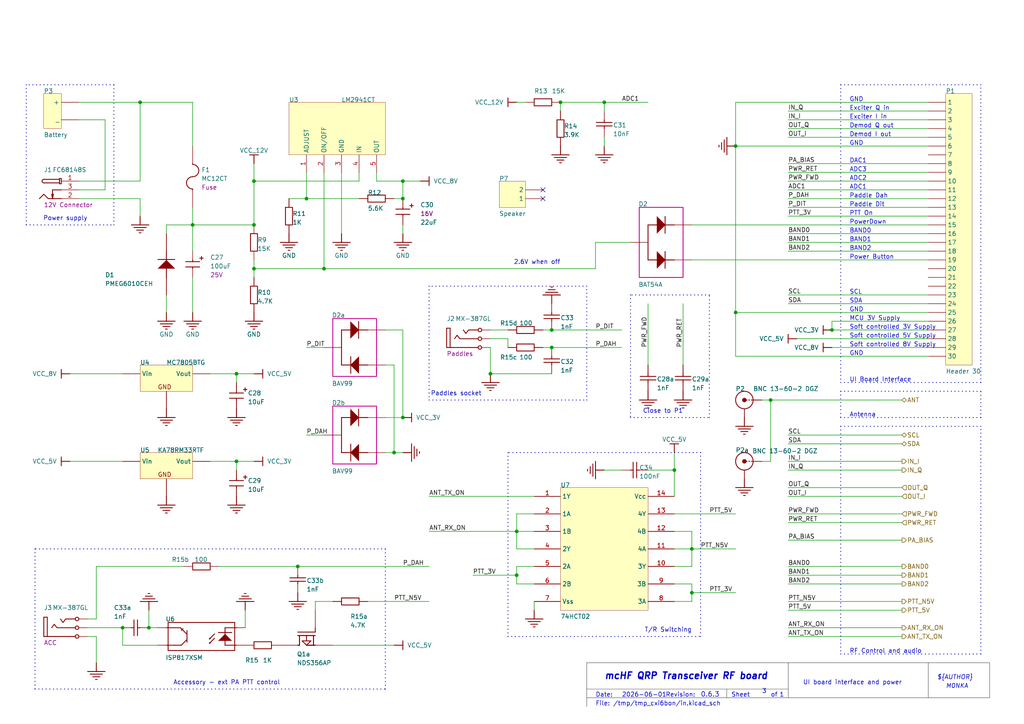
<source format=kicad_sch>
(kicad_sch (version 20231120) (generator "eeschema") (generator_version "8.0")
  (paper "A4")
  (title_block (title "mcHF QRP Transceiver RF board") (rev "0.6.3") (company "M0NKA"))
  (junction (at 88.9 57.6072))
  (junction (at 200.66 159.2072))
  (junction (at 55.88 65.2272))
  (junction (at 114.3 131.2672))
  (junction (at 200.66 171.9072))
  (junction (at 73.66 77.9272))
  (junction (at 149.86 154.1272))
  (junction (at 241.3 95.7072))
  (junction (at 35.56 182.0672))
  (junction (at 116.84 57.6072))
  (junction (at 68.58 108.4072))
  (junction (at 160.02 100.7872))
  (junction (at 149.86 166.8272))
  (junction (at 213.36 90.6272))
  (junction (at 116.84 52.5272))
  (junction (at 86.36 164.2872))
  (junction (at 223.52 116.0272))
  (junction (at 160.02 95.7072))
  (junction (at 73.66 65.2272))
  (junction (at 40.64 29.6672))
  (junction (at 73.66 52.5272))
  (junction (at 213.36 42.3672))
  (junction (at 93.98 77.9272))
  (junction (at 68.58 133.8072))
  (junction (at 195.58 136.3472))
  (junction (at 175.26 29.6672))
  (junction (at 162.56 29.6672))
  (junction (at 116.84 121.1072))
  (junction (at 142.24 108.4072))
  (junction (at 43.18 182.0672))
  (no_connect (at 157.48 55.0672))
  (no_connect (at 157.48 57.6072))
  (wire (pts (xy 269.24 32.2072) (xy 228.6 32.2072)))
  (wire (pts (xy 261.62 184.6072) (xy 228.6 184.6072)))
  (wire (pts (xy 269.24 85.5472) (xy 228.6 85.5472)))
  (polyline (pts (xy 203.2 184.6072) (xy 203.2 131.2672)) (stroke (width 0.254) (type dot) (color 0 0 180 1)))
  (polyline (pts (xy 269.24 192.2272) (xy 269.24 202.3872)) (stroke (width 0.0254) (type solid) (color 0 0 0 1)))
  (wire (pts (xy 71.12 182.0672) (xy 71.12 176.9872)))
  (polyline (pts (xy 124.46 116.0272) (xy 170.18 116.0272)) (stroke (width 0.254) (type dot) (color 0 0 180 1)))
  (wire (pts (xy 269.24 60.1472) (xy 228.6 60.1472)))
  (wire (pts (xy 261.62 169.3672) (xy 228.6 169.3672)))
  (wire (pts (xy 96.52 187.1472) (xy 114.3 187.1472)))
  (wire (pts (xy 172.72 70.3072) (xy 182.88 70.3072)))
  (wire (pts (xy 25.4 182.0672) (xy 35.56 182.0672)))
  (wire (pts (xy 109.22 52.5272) (xy 116.84 52.5272)))
  (polyline (pts (xy 182.88 85.5472) (xy 182.88 121.1072)) (stroke (width 0.254) (type dot) (color 0 0 180 1)))
  (polyline (pts (xy 203.2 131.2672) (xy 147.32 131.2672)) (stroke (width 0.254) (type dot) (color 0 0 180 1)))
  (wire (pts (xy 149.86 166.8272) (xy 137.16 166.8272)))
  (polyline (pts (xy 111.76 159.2072) (xy 10.16 159.2072)) (stroke (width 0.254) (type dot) (color 0 0 180 1)))
  (wire (pts (xy 48.26 65.2272) (xy 48.26 67.7672)))
  (polyline (pts (xy 284.48 113.4872) (xy 243.84 113.4872)) (stroke (width 0.254) (type dot) (color 0 0 180 1)))
  (wire (pts (xy 175.26 136.3472) (xy 180.34 136.3472)))
  (wire (pts (xy 261.62 133.8072) (xy 228.6 133.8072)))
  (wire (pts (xy 73.66 75.3872) (xy 73.66 77.9272)))
  (wire (pts (xy 187.96 105.8672) (xy 187.96 88.0872)))
  (wire (pts (xy 86.36 164.2872) (xy 124.46 164.2872)))
  (wire (pts (xy 25.4 184.6072) (xy 27.94 184.6072)))
  (wire (pts (xy 269.24 72.8472) (xy 228.6 72.8472)))
  (wire (pts (xy 269.24 39.8272) (xy 228.6 39.8272)))
  (polyline (pts (xy 261.62 202.3872) (xy 287.02 202.3872)) (stroke (width 0.0254) (type solid) (color 0 0 0 1)))
  (wire (pts (xy 142.24 95.7072) (xy 147.32 95.7072)))
  (wire (pts (xy 40.64 29.6672) (xy 55.88 29.6672)))
  (wire (pts (xy 160.02 95.7072) (xy 180.34 95.7072)))
  (wire (pts (xy 269.24 29.6672) (xy 213.36 29.6672)))
  (wire (pts (xy 73.66 77.9272) (xy 73.66 80.4672)))
  (polyline (pts (xy 170.18 192.2272) (xy 170.18 204.9272)) (stroke (width 0.0254) (type solid) (color 0 0 0 1)))
  (wire (pts (xy 20.32 133.8072) (xy 35.56 133.8072)))
  (wire (pts (xy 116.84 95.7072) (xy 116.84 121.1072)))
  (wire (pts (xy 175.26 39.8272) (xy 175.26 42.3672)))
  (polyline (pts (xy 243.84 113.4872) (xy 243.84 121.1072)) (stroke (width 0.254) (type dot) (color 0 0 180 1)))
  (wire (pts (xy 213.36 171.9072) (xy 200.66 171.9072)))
  (wire (pts (xy 111.76 95.7072) (xy 116.84 95.7072)))
  (polyline (pts (xy 243.84 24.5872) (xy 243.84 110.9472)) (stroke (width 0.254) (type dot) (color 0 0 180 1)))
  (wire (pts (xy 73.66 47.4472) (xy 73.66 52.5272)))
  (wire (pts (xy 142.24 108.4072) (xy 160.02 108.4072)))
  (wire (pts (xy 195.58 174.4472) (xy 200.66 174.4472)))
  (wire (pts (xy 195.58 143.9672) (xy 195.58 136.3472)))
  (polyline (pts (xy 284.48 123.6472) (xy 243.84 123.6472)) (stroke (width 0.254) (type dot) (color 0 0 180 1)))
  (wire (pts (xy 55.88 65.2272) (xy 73.66 65.2272)))
  (wire (pts (xy 200.66 171.9072) (xy 200.66 169.3672)))
  (wire (pts (xy 35.56 187.1472) (xy 45.72 187.1472)))
  (wire (pts (xy 114.3 131.2672) (xy 116.84 131.2672)))
  (wire (pts (xy 162.56 29.6672) (xy 162.56 32.2072)))
  (wire (pts (xy 269.24 70.3072) (xy 228.6 70.3072)))
  (wire (pts (xy 269.24 75.3872) (xy 200.66 75.3872)))
  (wire (pts (xy 220.98 133.8072) (xy 223.52 133.8072)))
  (wire (pts (xy 172.72 77.9272) (xy 172.72 70.3072)))
  (wire (pts (xy 261.62 143.9672) (xy 228.6 143.9672)))
  (wire (pts (xy 213.36 42.3672) (xy 269.24 42.3672)))
  (wire (pts (xy 93.98 100.7872) (xy 88.9 100.7872)))
  (polyline (pts (xy 170.18 199.8472) (xy 228.6 199.8472)) (stroke (width 0.0254) (type solid) (color 0 0 0 1)))
  (polyline (pts (xy 7.62 65.2272) (xy 33.02 65.2272)) (stroke (width 0.254) (type dot) (color 0 0 180 1)))
  (wire (pts (xy 149.86 154.1272) (xy 149.86 149.0472)))
  (wire (pts (xy 261.62 151.5872) (xy 228.6 151.5872)))
  (wire (pts (xy 154.94 154.1272) (xy 149.86 154.1272)))
  (wire (pts (xy 269.24 100.7872) (xy 241.3 100.7872)))
  (polyline (pts (xy 287.02 202.3872) (xy 287.02 192.2272)) (stroke (width 0.0254) (type solid) (color 0 0 0 1)))
  (wire (pts (xy 195.58 159.2072) (xy 200.66 159.2072)))
  (wire (pts (xy 154.94 176.9872) (xy 154.94 174.4472)))
  (wire (pts (xy 116.84 57.6072) (xy 114.3 57.6072)))
  (polyline (pts (xy 205.74 121.1072) (xy 205.74 85.5472)) (stroke (width 0.254) (type dot) (color 0 0 180 1)))
  (wire (pts (xy 109.22 49.9872) (xy 109.22 52.5272)))
  (wire (pts (xy 261.62 176.9872) (xy 228.6 176.9872)))
  (wire (pts (xy 68.58 133.8072) (xy 73.66 133.8072)))
  (polyline (pts (xy 205.74 85.5472) (xy 182.88 85.5472)) (stroke (width 0.254) (type dot) (color 0 0 180 1)))
  (wire (pts (xy 43.18 182.0672) (xy 43.18 176.9872)))
  (wire (pts (xy 91.44 176.9872) (xy 91.44 174.4472)))
  (wire (pts (xy 68.58 136.3472) (xy 68.58 133.8072)))
  (polyline (pts (xy 261.62 202.3872) (xy 170.18 202.3872)) (stroke (width 0.0254) (type solid) (color 0 0 0 1)))
  (wire (pts (xy 157.48 100.7872) (xy 160.02 100.7872)))
  (wire (pts (xy 88.9 49.9872) (xy 88.9 57.6072)))
  (polyline (pts (xy 284.48 110.9472) (xy 284.48 24.5872)) (stroke (width 0.254) (type dot) (color 0 0 180 1)))
  (polyline (pts (xy 7.62 24.5872) (xy 7.62 65.2272)) (stroke (width 0.254) (type dot) (color 0 0 180 1)))
  (wire (pts (xy 241.3 95.7072) (xy 269.24 95.7072)))
  (wire (pts (xy 269.24 67.7672) (xy 228.6 67.7672)))
  (wire (pts (xy 149.86 166.8272) (xy 149.86 169.3672)))
  (wire (pts (xy 93.98 49.9872) (xy 93.98 77.9272)))
  (wire (pts (xy 269.24 47.4472) (xy 228.6 47.4472)))
  (wire (pts (xy 200.66 169.3672) (xy 195.58 169.3672)))
  (polyline (pts (xy 228.6 192.2272) (xy 228.6 202.3872)) (stroke (width 0.0254) (type solid) (color 0 0 0 1)))
  (wire (pts (xy 93.98 77.9272) (xy 172.72 77.9272)))
  (polyline (pts (xy 147.32 184.6072) (xy 203.2 184.6072)) (stroke (width 0.254) (type dot) (color 0 0 180 1)))
  (wire (pts (xy 149.86 149.0472) (xy 154.94 149.0472)))
  (wire (pts (xy 114.3 131.2672) (xy 111.76 131.2672)))
  (wire (pts (xy 175.26 29.6672) (xy 175.26 32.2072)))
  (wire (pts (xy 261.62 141.4272) (xy 228.6 141.4272)))
  (wire (pts (xy 195.58 164.2872) (xy 200.66 164.2872)))
  (polyline (pts (xy 243.84 121.1072) (xy 284.48 121.1072)) (stroke (width 0.254) (type dot) (color 0 0 180 1)))
  (wire (pts (xy 55.88 80.4672) (xy 55.88 90.6272)))
  (wire (pts (xy 45.72 182.0672) (xy 43.18 182.0672)))
  (polyline (pts (xy 124.46 83.0072) (xy 124.46 116.0272)) (stroke (width 0.254) (type dot) (color 0 0 180 1)))
  (wire (pts (xy 213.36 103.3272) (xy 269.24 103.3272)))
  (wire (pts (xy 198.12 105.8672) (xy 198.12 88.0872)))
  (wire (pts (xy 111.76 105.8672) (xy 114.3 105.8672)))
  (wire (pts (xy 149.86 169.3672) (xy 154.94 169.3672)))
  (wire (pts (xy 269.24 34.7472) (xy 228.6 34.7472)))
  (wire (pts (xy 241.3 93.1672) (xy 241.3 95.7072)))
  (wire (pts (xy 149.86 159.2072) (xy 149.86 154.1272)))
  (wire (pts (xy 27.94 179.5272) (xy 27.94 164.2872)))
  (wire (pts (xy 200.66 159.2072) (xy 200.66 154.1272)))
  (wire (pts (xy 40.64 57.6072) (xy 40.64 62.6872)))
  (wire (pts (xy 195.58 136.3472) (xy 195.58 131.2672)))
  (wire (pts (xy 30.48 34.7472) (xy 22.86 34.7472)))
  (wire (pts (xy 261.62 164.2872) (xy 228.6 164.2872)))
  (wire (pts (xy 154.94 143.9672) (xy 124.46 143.9672)))
  (wire (pts (xy 261.62 136.3472) (xy 228.6 136.3472)))
  (polyline (pts (xy 243.84 189.6872) (xy 284.48 189.6872)) (stroke (width 0.254) (type dot) (color 0 0 180 1)))
  (wire (pts (xy 63.5 164.2872) (xy 86.36 164.2872)))
  (wire (pts (xy 30.48 55.0672) (xy 30.48 34.7472)))
  (wire (pts (xy 27.94 184.6072) (xy 27.94 192.2272)))
  (wire (pts (xy 22.86 55.0672) (xy 30.48 55.0672)))
  (polyline (pts (xy 33.02 65.2272) (xy 33.02 24.5872)) (stroke (width 0.254) (type dot) (color 0 0 180 1)))
  (wire (pts (xy 213.36 29.6672) (xy 213.36 42.3672)))
  (wire (pts (xy 149.86 29.6672) (xy 152.4 29.6672)))
  (polyline (pts (xy 284.48 24.5872) (xy 243.84 24.5872)) (stroke (width 0.254) (type dot) (color 0 0 180 1)))
  (wire (pts (xy 200.66 159.2072) (xy 213.36 159.2072)))
  (wire (pts (xy 223.52 116.0272) (xy 261.62 116.0272)))
  (wire (pts (xy 99.06 49.9872) (xy 99.06 67.7672)))
  (wire (pts (xy 269.24 55.0672) (xy 228.6 55.0672)))
  (wire (pts (xy 157.48 95.7072) (xy 160.02 95.7072)))
  (wire (pts (xy 104.14 52.5272) (xy 73.66 52.5272)))
  (wire (pts (xy 269.24 98.2472) (xy 231.14 98.2472)))
  (wire (pts (xy 114.3 105.8672) (xy 114.3 131.2672)))
  (wire (pts (xy 35.56 182.0672) (xy 35.56 187.1472)))
  (polyline (pts (xy 243.84 123.6472) (xy 243.84 189.6872)) (stroke (width 0.254) (type dot) (color 0 0 180 1)))
  (polyline (pts (xy 210.82 199.8472) (xy 210.82 202.3872)) (stroke (width 0.0254) (type solid) (color 0 0 0 1)))
  (wire (pts (xy 261.62 174.4472) (xy 228.6 174.4472)))
  (polyline (pts (xy 147.32 131.2672) (xy 147.32 184.6072)) (stroke (width 0.254) (type dot) (color 0 0 180 1)))
  (polyline (pts (xy 10.16 159.2072) (xy 10.16 199.8472)) (stroke (width 0.254) (type dot) (color 0 0 180 1)))
  (polyline (pts (xy 243.84 110.9472) (xy 284.48 110.9472)) (stroke (width 0.254) (type dot) (color 0 0 180 1)))
  (wire (pts (xy 116.84 121.1072) (xy 111.76 121.1072)))
  (wire (pts (xy 269.24 37.2872) (xy 228.6 37.2872)))
  (wire (pts (xy 269.24 65.2272) (xy 200.66 65.2272)))
  (wire (pts (xy 55.88 65.2272) (xy 48.26 65.2272)))
  (wire (pts (xy 223.52 133.8072) (xy 223.52 116.0272)))
  (wire (pts (xy 269.24 49.9872) (xy 228.6 49.9872)))
  (wire (pts (xy 200.66 174.4472) (xy 200.66 171.9072)))
  (wire (pts (xy 83.82 57.6072) (xy 88.9 57.6072)))
  (wire (pts (xy 147.32 98.2472) (xy 147.32 100.7872)))
  (wire (pts (xy 20.32 108.4072) (xy 35.56 108.4072)))
  (wire (pts (xy 22.86 29.6672) (xy 40.64 29.6672)))
  (wire (pts (xy 154.94 164.2872) (xy 149.86 164.2872)))
  (polyline (pts (xy 182.88 121.1072) (xy 205.74 121.1072)) (stroke (width 0.254) (type dot) (color 0 0 180 1)))
  (polyline (pts (xy 284.48 121.1072) (xy 284.48 113.4872)) (stroke (width 0.254) (type dot) (color 0 0 180 1)))
  (wire (pts (xy 22.86 52.5272) (xy 40.64 52.5272)))
  (wire (pts (xy 116.84 52.5272) (xy 121.92 52.5272)))
  (wire (pts (xy 195.58 149.0472) (xy 213.36 149.0472)))
  (wire (pts (xy 187.96 136.3472) (xy 195.58 136.3472)))
  (wire (pts (xy 22.86 57.6072) (xy 40.64 57.6072)))
  (wire (pts (xy 55.88 65.2272) (xy 55.88 60.1472)))
  (wire (pts (xy 269.24 52.5272) (xy 228.6 52.5272)))
  (polyline (pts (xy 111.76 199.8472) (xy 111.76 159.2072)) (stroke (width 0.254) (type dot) (color 0 0 180 1)))
  (wire (pts (xy 40.64 52.5272) (xy 40.64 29.6672)))
  (wire (pts (xy 269.24 93.1672) (xy 241.3 93.1672)))
  (wire (pts (xy 106.68 174.4472) (xy 124.46 174.4472)))
  (wire (pts (xy 116.84 67.7672) (xy 116.84 65.2272)))
  (wire (pts (xy 60.96 108.4072) (xy 68.58 108.4072)))
  (polyline (pts (xy 33.02 24.5872) (xy 7.62 24.5872)) (stroke (width 0.254) (type dot) (color 0 0 180 1)))
  (wire (pts (xy 68.58 108.4072) (xy 73.66 108.4072)))
  (wire (pts (xy 187.96 29.6672) (xy 175.26 29.6672)))
  (wire (pts (xy 73.66 65.2272) (xy 73.66 52.5272)))
  (wire (pts (xy 48.26 85.5472) (xy 48.26 90.6272)))
  (wire (pts (xy 149.86 164.2872) (xy 149.86 166.8272)))
  (wire (pts (xy 55.88 29.6672) (xy 55.88 42.3672)))
  (wire (pts (xy 261.62 182.0672) (xy 228.6 182.0672)))
  (wire (pts (xy 160.02 100.7872) (xy 180.34 100.7872)))
  (polyline (pts (xy 170.18 83.0072) (xy 124.46 83.0072)) (stroke (width 0.254) (type dot) (color 0 0 180 1)))
  (wire (pts (xy 88.9 57.6072) (xy 104.14 57.6072)))
  (wire (pts (xy 213.36 90.6272) (xy 213.36 103.3272)))
  (wire (pts (xy 60.96 133.8072) (xy 68.58 133.8072)))
  (wire (pts (xy 261.62 126.1872) (xy 228.6 126.1872)))
  (wire (pts (xy 269.24 57.6072) (xy 228.6 57.6072)))
  (wire (pts (xy 73.66 77.9272) (xy 93.98 77.9272)))
  (wire (pts (xy 269.24 62.6872) (xy 228.6 62.6872)))
  (wire (pts (xy 154.94 159.2072) (xy 149.86 159.2072)))
  (wire (pts (xy 213.36 90.6272) (xy 269.24 90.6272)))
  (wire (pts (xy 220.98 116.0272) (xy 223.52 116.0272)))
  (polyline (pts (xy 287.02 192.2272) (xy 170.18 192.2272)) (stroke (width 0.0254) (type solid) (color 0 0 0 1)))
  (wire (pts (xy 213.36 42.3672) (xy 213.36 90.6272)))
  (wire (pts (xy 116.84 52.5272) (xy 116.84 57.6072)))
  (wire (pts (xy 104.14 49.9872) (xy 104.14 52.5272)))
  (wire (pts (xy 27.94 164.2872) (xy 53.34 164.2872)))
  (wire (pts (xy 175.26 29.6672) (xy 162.56 29.6672)))
  (wire (pts (xy 68.58 110.9472) (xy 68.58 108.4072)))
  (wire (pts (xy 142.24 100.7872) (xy 142.24 108.4072)))
  (wire (pts (xy 261.62 166.8272) (xy 228.6 166.8272)))
  (wire (pts (xy 269.24 88.0872) (xy 228.6 88.0872)))
  (polyline (pts (xy 10.16 199.8472) (xy 111.76 199.8472)) (stroke (width 0.254) (type dot) (color 0 0 180 1)))
  (wire (pts (xy 25.4 179.5272) (xy 27.94 179.5272)))
  (polyline (pts (xy 284.48 189.6872) (xy 284.48 123.6472)) (stroke (width 0.254) (type dot) (color 0 0 180 1)))
  (wire (pts (xy 261.62 128.7272) (xy 228.6 128.7272)))
  (wire (pts (xy 261.62 149.0472) (xy 228.6 149.0472)))
  (wire (pts (xy 261.62 156.6672) (xy 228.6 156.6672)))
  (polyline (pts (xy 170.18 116.0272) (xy 170.18 83.0072)) (stroke (width 0.254) (type dot) (color 0 0 180 1)))
  (wire (pts (xy 93.98 126.1872) (xy 88.9 126.1872)))
  (wire (pts (xy 142.24 98.2472) (xy 147.32 98.2472)))
  (wire (pts (xy 200.66 164.2872) (xy 200.66 159.2072)))
  (wire (pts (xy 200.66 154.1272) (xy 195.58 154.1272)))
  (wire (pts (xy 149.86 154.1272) (xy 124.46 154.1272)))
  (wire (pts (xy 55.88 72.8472) (xy 55.88 65.2272)))
  (wire (pts (xy 91.44 174.4472) (xy 96.52 174.4472)))
  (text "BAND2" (at 246.38 72.8472 0) (effects (font (size 1.27 1.27)) (justify left bottom)))
  (text "File:" (at 172.72 204.9272 0) (effects (font (size 1.27 1.27)) (justify left bottom)))
  (text "BAND1" (at 246.38 70.3072 0) (effects (font (size 1.27 1.27)) (justify left bottom)))
  (text "Power supply" (at 25.4 62.6872 0) (effects (font (size 1.27 1.27)) (justify right top)))
  (text "Close to P1" (at 198.12 118.5672 0) (effects (font (size 1.27 1.27)) (justify right top)))
  (text "2.6V when off" (at 162.56 75.3872 0) (effects (font (size 1.27 1.27)) (justify right top)))
  (text "of" (at 223.52 202.3872 0) (effects (font (size 1.27 1.27)) (justify left bottom)))
  (text "Accessory - ext PA PTT control" (at 81.28 197.3072 0) (effects (font (size 1.27 1.27)) (justify right top)))
  (text "SCL" (at 246.38 85.5472 0) (effects (font (size 1.27 1.27)) (justify left bottom)))
  (text "3" (at 220.98 199.8472 0) (effects (font (size 1.27 1.27)) (justify left top)))
  (text "${CURRENT_DATE}" (at 180.34 202.3872 0) (effects (font (size 1.27 1.27)) (justify left bottom)))
  (text "ADC2" (at 246.38 52.5272 0) (effects (font (size 1.27 1.27)) (justify left bottom)))
  (text "${TITLE}" (at 175.26 197.3072 0) (effects (font (size 1.905 1.905) (thickness 0.381) (bold yes) (italic yes)) (justify left bottom)))
  (text "PTT On" (at 246.38 62.6872 0) (effects (font (size 1.27 1.27)) (justify left bottom)))
  (text "Power Button" (at 246.38 75.3872 0) (effects (font (size 1.27 1.27)) (justify left bottom)))
  (text "PowerDown" (at 246.38 65.2272 0) (effects (font (size 1.27 1.27)) (justify left bottom)))
  (text "Revision:" (at 193.04 202.3872 0) (effects (font (size 1.27 1.27)) (justify left bottom)))
  (text "Paddles socket" (at 139.7 113.4872 0) (effects (font (size 1.27 1.27)) (justify right top)))
  (text "GND" (at 246.38 42.3672 0) (effects (font (size 1.27 1.27)) (justify left bottom)))
  (text "RF Control and audio" (at 246.38 189.6872 0) (effects (font (size 1.27 1.27)) (justify left bottom)))
  (text "Sheet" (at 212.09 202.3872 0) (effects (font (size 1.27 1.27)) (justify left bottom)))
  (text "DAC1" (at 246.38 47.4472 0) (effects (font (size 1.27 1.27)) (justify left bottom)))
  (text "${COMPANY}" (at 274.32 199.8472 0) (effects (font (size 1.27 1.27) (italic yes)) (justify left bottom)))
  (text "Date:" (at 172.72 202.3872 0) (effects (font (size 1.27 1.27)) (justify left bottom)))
  (text "SDA" (at 246.38 88.0872 0) (effects (font (size 1.27 1.27)) (justify left bottom)))
  (text "ADC3" (at 246.38 49.9872 0) (effects (font (size 1.27 1.27)) (justify left bottom)))
  (text "UI Board Interface" (at 246.38 110.9472 0) (effects (font (size 1.27 1.27)) (justify left bottom)))
  (text "UI board interface and power" (at 261.62 197.3072 0) (effects (font (size 1.27 1.27)) (justify right top)))
  (text "Demod I out" (at 246.38 39.8272 0) (effects (font (size 1.27 1.27)) (justify left bottom)))
  (text "Exciter Q in" (at 246.38 32.2072 0) (effects (font (size 1.27 1.27)) (justify left bottom)))
  (text "BAND0" (at 246.38 67.7672 0) (effects (font (size 1.27 1.27)) (justify left bottom)))
  (text "GND" (at 246.38 29.6672 0) (effects (font (size 1.27 1.27)) (justify left bottom)))
  (text "Soft controlled 5V Supply" (at 246.38 98.2472 0) (effects (font (size 1.27 1.27)) (justify left bottom)))
  (text "${FILEPATH}" (at 177.8 204.9272 0) (effects (font (size 1.27 1.27)) (justify left bottom)))
  (text "Paddle Dah" (at 246.38 57.6072 0) (effects (font (size 1.27 1.27)) (justify left bottom)))
  (text "${##}" (at 226.06 202.3872 0) (effects (font (size 1.27 1.27)) (justify left bottom)))
  (text "${AUTHOR}" (at 271.78 197.3072 0) (effects (font (size 1.27 1.27) (italic yes)) (justify left bottom)))
  (text "${REVISION}" (at 203.2 202.3872 0) (effects (font (size 1.397 1.397)) (justify left bottom)))
  (text "Exciter I in" (at 246.38 34.7472 0) (effects (font (size 1.27 1.27)) (justify left bottom)))
  (text "ADC1" (at 246.38 55.0672 0) (effects (font (size 1.27 1.27)) (justify left bottom)))
  (text "Paddle Dit" (at 246.38 60.1472 0) (effects (font (size 1.27 1.27)) (justify left bottom)))
  (text "GND" (at 246.38 90.6272 0) (effects (font (size 1.27 1.27)) (justify left bottom)))
  (text "MCU 3V Supply" (at 246.38 93.1672 0) (effects (font (size 1.27 1.27)) (justify left bottom)))
  (text "Soft controlled 8V Supply" (at 246.38 100.7872 0) (effects (font (size 1.27 1.27)) (justify left bottom)))
  (text "GND" (at 246.38 103.3272 0) (effects (font (size 1.27 1.27)) (justify left bottom)))
  (text "T/R Switching" (at 200.66 182.0672 0) (effects (font (size 1.27 1.27)) (justify right top)))
  (text "Soft controlled 3V Supply" (at 246.38 95.7072 0) (effects (font (size 1.27 1.27)) (justify left bottom)))
  (text "Antenna" (at 246.38 121.1072 0) (effects (font (size 1.27 1.27)) (justify left bottom)))
  (text "Demod Q out" (at 246.38 37.2872 0) (effects (font (size 1.27 1.27)) (justify left bottom)))
  (label "PTT_5V" (at 228.6 176.9872 0))
  (label "PTT_N5V" (at 203.2 159.2072 0))
  (label "PA_BIAS" (at 228.6 156.6672 0))
  (label "IN_I" (at 228.6 34.7472 0))
  (label "PTT_N5V" (at 114.3 174.4472 0))
  (label "P_DIT" (at 172.72 95.7072 0))
  (label "IN_Q" (at 228.6 136.3472 0))
  (label "SDA" (at 228.6 128.7272 0))
  (label "PWR_FWD" (at 228.6 52.5272 0))
  (label "OUT_I" (at 228.6 143.9672 0))
  (label "PWR_RET" (at 228.6 151.5872 0))
  (label "BAND0" (at 228.6 164.2872 0))
  (label "PWR_FWD" (at 228.6 149.0472 0))
  (label "SDA" (at 228.6 88.0872 0))
  (label "ANT_TX_ON" (at 228.6 184.6072 0))
  (label "ANT_RX_ON" (at 228.6 182.0672 0))
  (label "IN_I" (at 228.6 133.8072 0))
  (label "P_DIT" (at 88.9 100.7872 0))
  (label "SCL" (at 228.6 85.5472 0))
  (label "IN_Q" (at 228.6 32.2072 0))
  (label "BAND2" (at 228.6 169.3672 0))
  (label "PWR_FWD" (at 187.96 100.7872 90))
  (label "P_DAH" (at 116.84 164.2872 0))
  (label "BAND0" (at 228.6 67.7672 0))
  (label "PTT_5V" (at 205.74 149.0472 0))
  (label "BAND1" (at 228.6 70.3072 0))
  (label "P_DAH" (at 88.9 126.1872 0))
  (label "PTT_3V" (at 205.74 171.9072 0))
  (label "OUT_I" (at 228.6 39.8272 0))
  (label "PA_BIAS" (at 228.6 47.4472 0))
  (label "P_DAH" (at 228.6 57.6072 0))
  (label "PTT_N5V" (at 228.6 174.4472 0))
  (label "SCL" (at 228.6 126.1872 0))
  (label "P_DAH" (at 172.72 100.7872 0))
  (label "BAND2" (at 228.6 72.8472 0))
  (label "PWR_RET" (at 198.12 100.7872 90))
  (label "OUT_Q" (at 228.6 37.2872 0))
  (label "BAND1" (at 228.6 166.8272 0))
  (label "PTT_3V" (at 228.6 62.6872 0))
  (label "PWR_RET" (at 228.6 49.9872 0))
  (label "ANT_RX_ON" (at 124.46 154.1272 0))
  (label "ADC1" (at 228.6 55.0672 0))
  (label "ANT_TX_ON" (at 124.46 143.9672 0))
  (label "P_DIT" (at 228.6 60.1472 0))
  (label "PTT_3V" (at 137.16 166.8272 0))
  (label "ADC1" (at 180.34 29.6672 0))
  (label "OUT_Q" (at 228.6 141.4272 0))
  (hierarchical_label "PTT_5V" (shape output) (at 261.62 176.9872 0))
  (hierarchical_label "BAND2" (shape output) (at 261.62 169.3672 0))
  (hierarchical_label "ANT_TX_ON" (shape output) (at 261.62 184.6072 0))
  (hierarchical_label "SDA" (shape bidirectional) (at 261.62 128.7272 0))
  (hierarchical_label "OUT_Q" (shape input) (at 261.62 141.4272 0))
  (hierarchical_label "BAND0" (shape output) (at 261.62 164.2872 0))
  (hierarchical_label "PA_BIAS" (shape output) (at 261.62 156.6672 0))
  (hierarchical_label "OUT_I" (shape input) (at 261.62 143.9672 0))
  (hierarchical_label "IN_I" (shape output) (at 261.62 133.8072 0))
  (hierarchical_label "SCL" (shape bidirectional) (at 261.62 126.1872 0))
  (hierarchical_label "PWR_FWD" (shape input) (at 261.62 149.0472 0))
  (hierarchical_label "ANT" (shape bidirectional) (at 261.62 116.0272 0))
  (hierarchical_label "IN_Q" (shape output) (at 261.62 136.3472 0))
  (hierarchical_label "ANT_RX_ON" (shape output) (at 261.62 182.0672 0))
  (hierarchical_label "BAND1" (shape output) (at 261.62 166.8272 0))
  (hierarchical_label "PWR_RET" (shape input) (at 261.62 151.5872 0))
  (hierarchical_label "PTT_N5V" (shape output) (at 261.62 174.4472 0))
  (symbol (lib_id "rf_main-altium-import:UI board interface_2_BAT54A_0") (at 193.04 75.3872 0) (unit 1)
    (property "Reference" "D2" (at 185.166 59.8932 0) (effects (justify left bottom)))
    (property "Value" "BAT54A" (at 185.166 83.2612 0) (effects (justify left bottom)))
    (property "Footprint" "SOT-23" (effects (hide yes)))
    (property "Description" "DIODE, SCHOTTKY, DUAL" (effects (hide yes)))
    (property "ORDER" "FN 108-1191" (effects (hide yes)))
    (property "PRICE" "0.024" (effects (hide yes)))
  )
  (symbol (lib_id "rf_main-altium-import:GND_POWER_GROUND") (at 68.58 143.9672 0) (unit 1)
    (property "Reference" "#PWR?" (effects (hide yes)))
    (property "Value" "GND" (effects (hide yes)))
  )
  (symbol (lib_id "rf_main-altium-import:VCC_5V_BAR") (at 195.58 131.2672 180) (unit 1)
    (property "Reference" "#PWR?" (effects (hide yes)))
    (property "Value" "VCC_5V" (at 195.58 127.4572 0))
  )
  (symbol (lib_id "rf_main-altium-import:GND_POWER_GROUND") (at 213.36 42.3672 270) (unit 1)
    (property "Reference" "#PWR?" (effects (hide yes)))
    (property "Value" "GND" (effects (hide yes)))
  )
  (symbol (lib_id "rf_main-altium-import:UI board interface_3_CAP-POL_0") (at 55.88 72.8472 0) (unit 1)
    (property "Reference" "C27" (at 60.96 75.3872 0) (effects (justify left bottom)))
    (property "Value" "100uF" (at 60.96 77.9272 0) (effects (justify left bottom)))
    (property "Footprint" "CAP_ALUM_1" (effects (hide yes)))
    (property "Description" "Electrolitic capacitor" (effects (hide yes)))
    (property "PRICE" "0.37" (effects (hide yes)))
    (property "ORDER" "FN 206-9181" (effects (hide yes)))
    (property "VOLTAGE" "25V" (at 60.96 80.4672 0) (effects (justify left bottom)))
    (property "QT ORDER" "QCC-00323" (effects (hide yes)))
  )
  (symbol (lib_id "rf_main-altium-import:GND_POWER_GROUND") (at 154.94 176.9872 0) (unit 1)
    (property "Reference" "#PWR?" (effects (hide yes)))
    (property "Value" "GND" (effects (hide yes)))
  )
  (symbol (lib_id "rf_main-altium-import:UI board interface_1_RES_0") (at 81.28 65.2272 0) (unit 1)
    (property "Reference" "R11" (at 84.836 62.6872 0) (effects (justify left bottom)))
    (property "Value" "1K" (at 84.836 65.2272 0) (effects (justify left bottom)))
    (property "Footprint" "0805-Pro" (effects (hide yes)))
    (property "Description" "Resistor" (effects (hide yes)))
    (property "PRICE" "0.061" (effects (hide yes)))
    (property "ORDER" "FN 157-6459" (effects (hide yes)))
    (property "QT ORDER" "QCR-00326" (effects (hide yes)))
  )
  (symbol (lib_id "rf_main-altium-import:GND_POWER_GROUND") (at 86.36 171.9072 0) (unit 1)
    (property "Reference" "#PWR?" (effects (hide yes)))
    (property "Value" "GND" (effects (hide yes)))
  )
  (symbol (lib_id "rf_main-altium-import:UI board interface_0_Phonejack3") (at 12.7 176.9872 0) (unit 1)
    (property "Reference" "J3" (at 12.7 176.9872 0) (effects (justify left bottom)))
    (property "Value" "MX-387GL" (at 15.24 176.9872 0) (effects (justify left bottom)))
    (property "Footprint" "MX-387GL_new1" (effects (hide yes)))
    (property "Description" "Jack Socket,Thru-Hole" (effects (hide yes)))
    (property "PRICE" "0.35" (effects (hide yes)))
    (property "ORDER" "FN 126-7376" (effects (hide yes)))
    (property "FUNCTION" "ACC" (at 12.7 187.1472 0) (effects (justify left bottom)))
  )
  (symbol (lib_id "rf_main-altium-import:GND_POWER_GROUND") (at 215.9 121.1072 0) (unit 1)
    (property "Reference" "#PWR?" (effects (hide yes)))
    (property "Value" "GND" (effects (hide yes)))
  )
  (symbol (lib_id "rf_main-altium-import:GND_POWER_GROUND") (at 198.12 113.4872 0) (unit 1)
    (property "Reference" "#PWR?" (effects (hide yes)))
    (property "Value" "GND" (effects (hide yes)))
  )
  (symbol (lib_id "rf_main-altium-import:UI board interface_2_RES_0") (at 154.94 103.3272 0) (unit 1)
    (property "Reference" "R15c" (at 145.034 104.3432 0) (effects (justify left bottom)))
    (property "Value" "100" (at 150.622 104.3432 0) (effects (justify left bottom)))
    (property "Footprint" "0805-Pro" (effects (hide yes)))
    (property "Description" "Resistor" (effects (hide yes)))
    (property "ORDER" "FN 933-2375" (effects (hide yes)))
    (property "PRICE" "0.027" (effects (hide yes)))
    (property "QT ORDER" "QCR-00301" (effects (hide yes)))
  )
  (symbol (lib_id "rf_main-altium-import:GND_POWER_GROUND") (at 83.82 67.7672 0) (unit 1)
    (property "Reference" "#PWR?" (effects (hide yes)))
    (property "Value" "GND" (at 83.82 74.1172 0))
  )
  (symbol (lib_id "rf_main-altium-import:UI board interface_3_RES_0") (at 76.2 83.0072 0) (unit 1)
    (property "Reference" "R10" (at 74.676 85.5472 0) (effects (justify left bottom)))
    (property "Value" "4.7K" (at 74.676 88.0872 0) (effects (justify left bottom)))
    (property "Footprint" "0805-Pro" (effects (hide yes)))
    (property "Description" "Resistor" (effects (hide yes)))
    (property "PRICE" "0.024" (effects (hide yes)))
    (property "ORDER" "FN 200-8383" (effects (hide yes)))
    (property "QT ORDER" "QCR-00341" (effects (hide yes)))
  )
  (symbol (lib_id "rf_main-altium-import:UI board interface_2_RES_0") (at 154.94 98.2472 0) (unit 1)
    (property "Reference" "R15d" (at 145.034 94.4372 0) (effects (justify left bottom)))
    (property "Value" "100" (at 150.622 94.4372 0) (effects (justify left bottom)))
    (property "Footprint" "0805-Pro" (effects (hide yes)))
    (property "Description" "Resistor" (effects (hide yes)))
    (property "ORDER" "FN 933-2375" (effects (hide yes)))
    (property "PRICE" "0.027" (effects (hide yes)))
    (property "QT ORDER" "QCR-00301" (effects (hide yes)))
  )
  (symbol (lib_id "rf_main-altium-import:UI board interface_2_BAV99_0") (at 104.14 131.2672 0) (unit 1)
    (property "Reference" "D2b" (at 96.266 117.5512 0) (effects (justify left bottom)))
    (property "Value" "BAV99" (at 96.266 137.3632 0) (effects (justify left bottom)))
    (property "Footprint" "SOT-23" (effects (hide yes)))
    (property "Description" "Small Signal Diode, Dual Series" (effects (hide yes)))
    (property "ORDER" "FN 162-1837" (effects (hide yes)))
    (property "PRICE" "0.0618" (effects (hide yes)))
  )
  (symbol (lib_id "rf_main-altium-import:UI board interface_2_CAP") (at 200.66 110.9472 0) (unit 1)
    (property "Reference" "C29a" (at 200.66 110.6932 0) (effects (justify left bottom)))
    (property "Value" "1nF" (at 200.66 113.2332 0) (effects (justify left bottom)))
    (property "Footprint" "0805-Pro" (effects (hide yes)))
    (property "Description" "Capacitor" (effects (hide yes)))
    (property "PRICE" "0.01" (effects (hide yes)))
    (property "ORDER" "FN 136-2553" (effects (hide yes)))
    (property "QT ORDER" "QCC-00259" (effects (hide yes)))
  )
  (symbol (lib_id "rf_main-altium-import:UI board interface_2_CAP") (at 162.56 105.8672 0) (unit 1)
    (property "Reference" "C32" (at 162.56 105.6132 0) (effects (justify left bottom)))
    (property "Value" "1nF" (at 162.56 108.1532 0) (effects (justify left bottom)))
    (property "Footprint" "0805-Pro" (effects (hide yes)))
    (property "Description" "Capacitor" (effects (hide yes)))
    (property "PRICE" "0.01" (effects (hide yes)))
    (property "ORDER" "FN 136-2553" (effects (hide yes)))
    (property "QT ORDER" "QCC-00259" (effects (hide yes)))
  )
  (symbol (lib_id "rf_main-altium-import:UI board interface_1_RES_0") (at 71.12 72.8472 0) (unit 1)
    (property "Reference" "R9" (at 74.676 70.3072 0) (effects (justify left bottom)))
    (property "Value" "15K" (at 74.676 72.8472 0) (effects (justify left bottom)))
    (property "Footprint" "0805-Pro" (effects (hide yes)))
    (property "Description" "Resistor" (effects (hide yes)))
    (property "PRICE" "0.065" (effects (hide yes)))
    (property "ORDER" "FN 165-2920" (effects (hide yes)))
    (property "QT ORDER" "QCR-00353" (effects (hide yes)))
  )
  (symbol (lib_id "rf_main-altium-import:VCC_5V_BAR") (at 20.32 133.8072 270) (unit 1)
    (property "Reference" "#PWR?" (effects (hide yes)))
    (property "Value" "VCC_5V" (at 16.51 133.8072 90) (effects (justify right)))
  )
  (symbol (lib_id "rf_main-altium-import:VCC_8V_BAR") (at 20.32 108.4072 270) (unit 1)
    (property "Reference" "#PWR?" (effects (hide yes)))
    (property "Value" "VCC_8V" (at 16.51 108.4072 90) (effects (justify right)))
  )
  (symbol (lib_id "rf_main-altium-import:GND_POWER_GROUND") (at 48.26 118.5672 0) (unit 1)
    (property "Reference" "#PWR?" (effects (hide yes)))
    (property "Value" "GND" (effects (hide yes)))
  )
  (symbol (lib_id "rf_main-altium-import:VCC_5V_BAR") (at 231.14 98.2472 270) (unit 1)
    (property "Reference" "#PWR?" (effects (hide yes)))
    (property "Value" "VCC_5V" (at 227.33 98.2472 90) (effects (justify right)))
  )
  (symbol (lib_id "rf_main-altium-import:GND_POWER_GROUND") (at 48.26 143.9672 0) (unit 1)
    (property "Reference" "#PWR?" (effects (hide yes)))
    (property "Value" "GND" (effects (hide yes)))
  )
  (symbol (lib_id "rf_main-altium-import:UI board interface_0_LM2941CT") (at 83.82 29.6672 0) (unit 1)
    (property "Reference" "U3" (at 83.82 29.6672 0) (effects (justify left bottom)))
    (property "Value" "LM2941CT" (at 99.06 29.6672 0) (effects (justify left bottom)))
    (property "Footprint" "TO-220-5" (effects (hide yes)))
    (property "Description" "V REG ADJ +5/20V, 2941, TO-220-5" (effects (hide yes)))
    (property "ORDER" "FN 948-9371" (effects (hide yes)))
    (property "PRICE" "1.28" (effects (hide yes)))
  )
  (symbol (lib_id "rf_main-altium-import:UI board interface_0_CAP") (at 83.82 166.8272 0) (unit 1)
    (property "Reference" "C33b" (at 88.9 169.1132 0) (effects (justify left bottom)))
    (property "Value" "1nF" (at 88.9 171.6532 0) (effects (justify left bottom)))
    (property "Footprint" "0805-Pro" (effects (hide yes)))
    (property "Description" "Capacitor" (effects (hide yes)))
    (property "PRICE" "0.01" (effects (hide yes)))
    (property "ORDER" "FN 136-2553" (effects (hide yes)))
    (property "QT ORDER" "QCC-00259" (effects (hide yes)))
  )
  (symbol (lib_id "rf_main-altium-import:UI board interface_3_CAP") (at 40.64 179.5272 0) (unit 1)
    (property "Reference" "C33a" (at 33.02 176.9872 0) (effects (justify left bottom)))
    (property "Value" "1nF" (at 33.02 179.5272 0) (effects (justify left bottom)))
    (property "Footprint" "0805-Pro" (effects (hide yes)))
    (property "Description" "Capacitor" (effects (hide yes)))
    (property "PRICE" "0.01" (effects (hide yes)))
    (property "ORDER" "FN 136-2553" (effects (hide yes)))
    (property "QT ORDER" "QCC-00259" (effects (hide yes)))
  )
  (symbol (lib_id "rf_main-altium-import:GND_POWER_GROUND") (at 99.06 67.7672 0) (unit 1)
    (property "Reference" "#PWR?" (effects (hide yes)))
    (property "Value" "GND" (at 99.06 74.1172 0))
  )
  (symbol (lib_id "rf_main-altium-import:VCC_3V_BAR") (at 241.3 95.7072 270) (unit 1)
    (property "Reference" "#PWR?" (effects (hide yes)))
    (property "Value" "VCC_3V" (at 237.49 95.7072 90) (effects (justify right)))
  )
  (symbol (lib_id "rf_main-altium-import:UI board interface_3_CAP-POL_0") (at 68.58 110.9472 0) (unit 1)
    (property "Reference" "C28" (at 71.882 114.7572 0) (effects (justify left bottom)))
    (property "Value" "10uF" (at 71.882 117.2972 0) (effects (justify left bottom)))
    (property "Footprint" "1206_Elec_Cap_N" (effects (hide yes)))
    (property "Description" "Electrolitic capacitor" (effects (hide yes)))
    (property "PRICE" "0.204" (effects (hide yes)))
    (property "ORDER" "FN 233-3009" (effects (hide yes)))
    (property "QT ORDER" "QCC-00166" (effects (hide yes)))
  )
  (symbol (lib_id "rf_main-altium-import:UI board interface_0_RES_0") (at 154.94 27.1272 0) (unit 1)
    (property "Reference" "R13" (at 154.94 27.1272 0) (effects (justify left bottom)))
    (property "Value" "15K" (at 160.02 27.1272 0) (effects (justify left bottom)))
    (property "Footprint" "0805-Pro" (effects (hide yes)))
    (property "Description" "Resistor" (effects (hide yes)))
    (property "PRICE" "0.065" (effects (hide yes)))
    (property "ORDER" "FN 165-2920" (effects (hide yes)))
    (property "QT ORDER" "QCR-00353" (effects (hide yes)))
  )
  (symbol (lib_id "rf_main-altium-import:UI board interface_3_CAP-POL_0") (at 116.84 57.6072 0) (unit 1)
    (property "Reference" "C30" (at 121.92 60.1472 0) (effects (justify left bottom)))
    (property "Value" "22uF" (at 121.92 65.2272 0) (effects (justify left bottom)))
    (property "Footprint" "1206_Elec_Cap_N" (effects (hide yes)))
    (property "Description" "Electrolitic capacitor" (effects (hide yes)))
    (property "PRICE" "0.235" (effects (hide yes)))
    (property "ORDER" "FN 197-294" (effects (hide yes)))
    (property "VOLTAGE" "16V" (at 121.92 62.6872 0) (effects (justify left bottom)))
    (property "QT ORDER" "QCC-00202" (effects (hide yes)))
  )
  (symbol (lib_id "rf_main-altium-import:UI board interface_2_CAP") (at 162.56 93.1672 0) (unit 1)
    (property "Reference" "C33" (at 162.56 92.9132 0) (effects (justify left bottom)))
    (property "Value" "1nF" (at 162.56 95.4532 0) (effects (justify left bottom)))
    (property "Footprint" "0805-Pro" (effects (hide yes)))
    (property "Description" "Capacitor" (effects (hide yes)))
    (property "PRICE" "0.01" (effects (hide yes)))
    (property "ORDER" "FN 136-2553" (effects (hide yes)))
    (property "QT ORDER" "QCC-00259" (effects (hide yes)))
  )
  (symbol (lib_id "rf_main-altium-import:UI board interface_2_RES_0") (at 60.96 166.8272 0) (unit 1)
    (property "Reference" "R15b" (at 49.784 163.0172 0) (effects (justify left bottom)))
    (property "Value" "100" (at 56.388 163.0172 0) (effects (justify left bottom)))
    (property "Footprint" "0805-Pro" (effects (hide yes)))
    (property "Description" "Resistor" (effects (hide yes)))
    (property "ORDER" "FN 933-2375" (effects (hide yes)))
    (property "PRICE" "0.027" (effects (hide yes)))
    (property "QT ORDER" "QCR-00301" (effects (hide yes)))
  )
  (symbol (lib_id "rf_main-altium-import:GND_POWER_GROUND") (at 27.94 192.2272 0) (unit 1)
    (property "Reference" "#PWR?" (effects (hide yes)))
    (property "Value" "GND" (effects (hide yes)))
  )
  (symbol (lib_id "rf_main-altium-import:VCC_3V_BAR") (at 73.66 133.8072 90) (unit 1)
    (property "Reference" "#PWR?" (effects (hide yes)))
    (property "Value" "VCC_3V" (at 77.47 133.8072 90) (effects (justify right)))
  )
  (symbol (lib_id "rf_main-altium-import:UI board interface_0_Battery") (at 17.78 27.1272 0) (unit 1)
    (property "Reference" "P3" (at 12.7 27.1272 0) (effects (justify left bottom)))
    (property "Value" "Battery" (at 12.7 39.8272 0) (effects (justify left bottom)))
    (property "Footprint" "BatteryTerminal" (effects (hide yes)))
    (property "Description" "Battery Terminal" (effects (hide yes)))
  )
  (symbol (lib_id "rf_main-altium-import:VCC_12V_BAR") (at 149.86 29.6672 270) (unit 1)
    (property "Reference" "#PWR?" (effects (hide yes)))
    (property "Value" "VCC_12V" (at 146.05 29.6672 90) (effects (justify right)))
  )
  (symbol (lib_id "rf_main-altium-import:VCC_5V_BAR") (at 114.3 187.1472 90) (unit 1)
    (property "Reference" "#PWR?" (effects (hide yes)))
    (property "Value" "VCC_5V" (at 118.11 187.1472 90) (effects (justify right)))
  )
  (symbol (lib_id "rf_main-altium-import:GND_POWER_GROUND") (at 187.96 113.4872 0) (unit 1)
    (property "Reference" "#PWR?" (effects (hide yes)))
    (property "Value" "GND" (effects (hide yes)))
  )
  (symbol (lib_id "rf_main-altium-import:GND_POWER_GROUND") (at 43.18 176.9872 180) (unit 1)
    (property "Reference" "#PWR?" (effects (hide yes)))
    (property "Value" "GND" (effects (hide yes)))
  )
  (symbol (lib_id "rf_main-altium-import:GND_POWER_GROUND") (at 175.26 42.3672 0) (unit 1)
    (property "Reference" "#PWR?" (effects (hide yes)))
    (property "Value" "GND" (effects (hide yes)))
  )
  (symbol (lib_id "rf_main-altium-import:UI board interface_0_ISP817XSM") (at 68.58 189.6872 0) (unit 1)
    (property "Reference" "U6" (at 48.006 180.2892 0) (effects (justify left bottom)))
    (property "Value" "ISP817XSM" (at 48.006 191.4652 0) (effects (justify left bottom)))
    (property "Footprint" "SMDIP-4_new1" (effects (hide yes)))
    (property "Description" "OPTOCOUPLER, SMDIP-4, TR O/P" (effects (hide yes)))
    (property "ORDER" "FN 168-3292" (effects (hide yes)))
    (property "PRICE" "0.26" (effects (hide yes)))
  )
  (symbol (lib_id "rf_main-altium-import:UI board interface_2_Header 2") (at 152.4 60.1472 0) (unit 1)
    (property "Reference" "P7" (at 144.78 52.5272 0) (effects (justify left bottom)))
    (property "Value" "Speaker" (at 144.78 62.6872 0) (effects (justify left bottom)))
    (property "Footprint" "SIP2" (effects (hide yes)))
    (property "Description" "Header, 2-Pin" (effects (hide yes)))
    (property "PRICE" "5.57" (effects (hide yes)))
    (property "ORDER" "FN 168-3898" (effects (hide yes)))
    (property "CHECKED" "NA" (effects (hide yes)))
  )
  (symbol (lib_id "rf_main-altium-import:VCC_8V_BAR") (at 121.92 52.5272 90) (unit 1)
    (property "Reference" "#PWR?" (effects (hide yes)))
    (property "Value" "VCC_8V" (at 125.73 52.5272 90) (effects (justify right)))
  )
  (symbol (lib_id "rf_main-altium-import:UI board interface_0_RES_0") (at 106.68 55.0672 0) (unit 1)
    (property "Reference" "R12" (at 106.68 56.5912 0) (effects (justify left bottom)))
    (property "Value" "5.6K" (at 106.68 61.1632 0) (effects (justify left bottom)))
    (property "Footprint" "0805-Pro" (effects (hide yes)))
    (property "Description" "Resistor" (effects (hide yes)))
    (property "PRICE" "0.043" (effects (hide yes)))
    (property "ORDER" "FN 188-7301" (effects (hide yes)))
    (property "QT ORDER" "QCR-00343" (effects (hide yes)))
  )
  (symbol (lib_id "rf_main-altium-import:GND_POWER_GROUND") (at 142.24 108.4072 0) (unit 1)
    (property "Reference" "#PWR?" (effects (hide yes)))
    (property "Value" "GND" (effects (hide yes)))
  )
  (symbol (lib_id "rf_main-altium-import:UI board interface_3_CAP") (at 185.42 133.8072 0) (unit 1)
    (property "Reference" "C34" (at 185.42 136.3472 0) (effects (justify left bottom)))
    (property "Value" "100nF" (at 185.42 138.8872 0) (effects (justify left bottom)))
    (property "Footprint" "0805-Pro" (effects (hide yes)))
    (property "Description" "Capacitor" (effects (hide yes)))
    (property "PRICE" "0.068" (effects (hide yes)))
    (property "ORDER" "FN 252-2090" (effects (hide yes)))
    (property "QT ORDER" "QCC-00154" (effects (hide yes)))
  )
  (symbol (lib_id "rf_main-altium-import:UI board interface_0_Phonejack3") (at 129.54 93.1672 0) (unit 1)
    (property "Reference" "J2" (at 129.54 93.1672 0) (effects (justify left bottom)))
    (property "Value" "MX-387GL" (at 132.08 93.1672 0) (effects (justify left bottom)))
    (property "Footprint" "MX-387GL_new1" (effects (hide yes)))
    (property "Description" "Jack Socket,Thru-Hole" (effects (hide yes)))
    (property "PRICE" "0.35" (effects (hide yes)))
    (property "ORDER" "FN 126-7376" (effects (hide yes)))
    (property "FUNCTION" "Paddles" (at 129.54 103.3272 0) (effects (justify left bottom)))
  )
  (symbol (lib_id "rf_main-altium-import:GND_POWER_GROUND") (at 73.66 90.6272 0) (unit 1)
    (property "Reference" "#PWR?" (effects (hide yes)))
    (property "Value" "GND" (at 73.66 96.9772 0))
  )
  (symbol (lib_id "rf_main-altium-import:UI board interface_0_RES_0") (at 99.06 171.9072 0) (unit 1)
    (property "Reference" "R15a" (at 101.6 179.5272 0) (effects (justify left bottom)))
    (property "Value" "4.7K" (at 101.6 182.0672 0) (effects (justify left bottom)))
    (property "Footprint" "0805-Pro" (effects (hide yes)))
    (property "Description" "Resistor" (effects (hide yes)))
    (property "PRICE" "0.024" (effects (hide yes)))
    (property "ORDER" "FN 200-8383" (effects (hide yes)))
    (property "QT ORDER" "QCR-00341" (effects (hide yes)))
  )
  (symbol (lib_id "rf_main-altium-import:GND_POWER_GROUND") (at 40.64 62.6872 0) (unit 1)
    (property "Reference" "#PWR?" (effects (hide yes)))
    (property "Value" "GND" (effects (hide yes)))
  )
  (symbol (lib_id "rf_main-altium-import:UI board interface_0_74HCT02") (at 175.26 159.2072 0) (unit 1)
    (property "Reference" "U7" (at 162.56 141.4272 0) (effects (justify left bottom)))
    (property "Value" "74HCT02" (at 162.56 179.5272 0) (effects (justify left bottom)))
    (property "Footprint" "SO-14-Pro" (effects (hide yes)))
    (property "Description" "Quad 2-input NOR gate" (effects (hide yes)))
    (property "ORDER" "FN 108-5298" (effects (hide yes)))
    (property "PRICE" "0.38" (effects (hide yes)))
  )
  (symbol (lib_id "rf_main-altium-import:UI board interface_3_CAP-POL_0") (at 68.58 136.3472 0) (unit 1)
    (property "Reference" "C29" (at 71.882 140.1572 0) (effects (justify left bottom)))
    (property "Value" "10uF" (at 71.882 142.6972 0) (effects (justify left bottom)))
    (property "Footprint" "1206_Elec_Cap_N" (effects (hide yes)))
    (property "Description" "Electrolitic capacitor" (effects (hide yes)))
    (property "PRICE" "0.204" (effects (hide yes)))
    (property "ORDER" "FN 233-3009" (effects (hide yes)))
    (property "QT ORDER" "QCC-00166" (effects (hide yes)))
  )
  (symbol (lib_id "rf_main-altium-import:UI board interface_0_POWER_JACK") (at 22.86 52.5272 0) (unit 1)
    (property "Reference" "J1" (at 12.7 49.9872 0) (effects (justify left bottom)))
    (property "Value" "FC68148S" (at 15.24 49.9872 0) (effects (justify left bottom)))
    (property "Footprint" "PowerJack" (effects (hide yes)))
    (property "Description" "Power Jack" (effects (hide yes)))
    (property "ORDER" "FN 188-9309" (effects (hide yes)))
    (property "PRICE" "0.83" (effects (hide yes)))
    (property "FUNCTION" "12V Connector" (at 12.7 60.1472 0) (effects (justify left bottom)))
  )
  (symbol (lib_id "rf_main-altium-import:UI board interface_0_UA78M33CKVURG3") (at 40.64 131.2672 0) (unit 1)
    (property "Reference" "U5" (at 40.64 131.2672 0) (effects (justify left bottom)))
    (property "Value" "KA78RM33RTF" (at 45.72 131.2672 0) (effects (justify left bottom)))
    (property "Footprint" "TO-252" (effects (hide yes)))
    (property "Description" "VOLT REG, 3.3V, TO-252" (effects (hide yes)))
    (property "ORDER" "FN 245-1041" (effects (hide yes)))
    (property "PRICE" "0.39" (effects (hide yes)))
  )
  (symbol (lib_id "rf_main-altium-import:UI board interface_2_CAP") (at 190.5 110.9472 0) (unit 1)
    (property "Reference" "C28a" (at 190.5 110.6932 0) (effects (justify left bottom)))
    (property "Value" "1nF" (at 190.5 113.2332 0) (effects (justify left bottom)))
    (property "Footprint" "0805-Pro" (effects (hide yes)))
    (property "Description" "Capacitor" (effects (hide yes)))
    (property "PRICE" "0.01" (effects (hide yes)))
    (property "ORDER" "FN 136-2553" (effects (hide yes)))
    (property "QT ORDER" "QCC-00259" (effects (hide yes)))
  )
  (symbol (lib_id "rf_main-altium-import:GND_POWER_GROUND") (at 68.58 118.5672 0) (unit 1)
    (property "Reference" "#PWR?" (effects (hide yes)))
    (property "Value" "GND" (effects (hide yes)))
  )
  (symbol (lib_id "rf_main-altium-import:GND_POWER_GROUND") (at 160.02 88.0872 180) (unit 1)
    (property "Reference" "#PWR?" (effects (hide yes)))
    (property "Value" "GND" (effects (hide yes)))
  )
  (symbol (lib_id "rf_main-altium-import:UI board interface_3_NDS356AP") (at 86.36 182.0672 0) (unit 1)
    (property "Reference" "Q1a" (at 86.106 190.4492 0) (effects (justify left bottom)))
    (property "Value" "NDS356AP" (at 86.106 192.9892 0) (effects (justify left bottom)))
    (property "Footprint" "SOT-23-Pro" (effects (hide yes)))
    (property "Description" "NDS356AP" (effects (hide yes)))
    (property "PRICE" "0.31" (effects (hide yes)))
    (property "ORDER" "FN 984-6409" (effects (hide yes)))
    (property "QT ORDER" "QCT-00010" (effects (hide yes)))
  )
  (symbol (lib_id "rf_main-altium-import:GND_POWER_GROUND") (at 116.84 131.2672 90) (unit 1)
    (property "Reference" "#PWR?" (effects (hide yes)))
    (property "Value" "GND" (effects (hide yes)))
  )
  (symbol (lib_id "rf_main-altium-import:UI board interface_0_MC7805BTG") (at 40.64 105.8672 0) (unit 1)
    (property "Reference" "U4" (at 40.64 105.8672 0) (effects (justify left bottom)))
    (property "Value" "MC7805BTG" (at 48.26 105.8672 0) (effects (justify left bottom)))
    (property "Footprint" "TO-220" (effects (hide yes)))
    (property "Description" "VOLTAGE REG, 40V, TO220-3" (effects (hide yes)))
    (property "ORDER" "FN 121-1135" (effects (hide yes)))
    (property "PRICE" "0.56" (effects (hide yes)))
  )
  (symbol (lib_id "rf_main-altium-import:UI board interface_0_RES_0") (at 73.66 184.6072 0) (unit 1)
    (property "Reference" "R15" (at 71.12 192.2272 0) (effects (justify left bottom)))
    (property "Value" "1K" (at 76.2 192.2272 0) (effects (justify left bottom)))
    (property "Footprint" "0805-Pro" (effects (hide yes)))
    (property "Description" "Resistor" (effects (hide yes)))
    (property "PRICE" "0.061" (effects (hide yes)))
    (property "ORDER" "FN 157-6459" (effects (hide yes)))
    (property "QT ORDER" "QCR-00326" (effects (hide yes)))
  )
  (symbol (lib_id "rf_main-altium-import:GND_POWER_GROUND") (at 71.12 176.9872 180) (unit 1)
    (property "Reference" "#PWR?" (effects (hide yes)))
    (property "Value" "GND" (effects (hide yes)))
  )
  (symbol (lib_id "rf_main-altium-import:UI board interface_2_BAV99_0") (at 104.14 105.8672 0) (unit 1)
    (property "Reference" "D2a" (at 96.266 92.1512 0) (effects (justify left bottom)))
    (property "Value" "BAV99" (at 96.266 111.9632 0) (effects (justify left bottom)))
    (property "Footprint" "SOT-23" (effects (hide yes)))
    (property "Description" "Small Signal Diode, Dual Series" (effects (hide yes)))
    (property "ORDER" "FN 162-1837" (effects (hide yes)))
    (property "PRICE" "0.0618" (effects (hide yes)))
  )
  (symbol (lib_id "rf_main-altium-import:UI board interface_0_Header 30") (at 274.32 27.1272 0) (unit 1)
    (property "Reference" "P1" (at 274.32 27.1272 0) (effects (justify left bottom)))
    (property "Value" "Header 30" (at 274.32 108.4072 0) (effects (justify left bottom)))
    (property "Footprint" "HDR1X30" (effects (hide yes)))
    (property "Description" "Header, 30-Pin" (effects (hide yes)))
    (property "PRICE" "0.295" (effects (hide yes)))
    (property "ORDER" "EB 290947876334" (effects (hide yes)))
  )
  (symbol (lib_id "rf_main-altium-import:GND_POWER_GROUND") (at 175.26 136.3472 270) (unit 1)
    (property "Reference" "#PWR?" (effects (hide yes)))
    (property "Value" "GND" (effects (hide yes)))
  )
  (symbol (lib_id "rf_main-altium-import:GND_POWER_GROUND") (at 116.84 67.7672 0) (unit 1)
    (property "Reference" "#PWR?" (effects (hide yes)))
    (property "Value" "GND" (at 116.84 74.1172 0))
  )
  (symbol (lib_id "rf_main-altium-import:GND_POWER_GROUND") (at 55.88 90.6272 0) (unit 1)
    (property "Reference" "#PWR?" (effects (hide yes)))
    (property "Value" "GND" (at 55.88 96.9772 0))
  )
  (symbol (lib_id "rf_main-altium-import:GND_POWER_GROUND") (at 48.26 90.6272 0) (unit 1)
    (property "Reference" "#PWR?" (effects (hide yes)))
    (property "Value" "GND" (at 48.26 96.9772 0))
  )
  (symbol (lib_id "rf_main-altium-import:UI board interface_0_BNC") (at 213.36 131.2672 0) (unit 1)
    (property "Reference" "P2a" (at 213.36 131.2672 0) (effects (justify left bottom)))
    (property "Value" "BNC 13-60-2 DGZ" (at 218.186 131.5212 0) (effects (justify left bottom)))
    (property "Footprint" "BNC_RA CON" (effects (hide yes)))
    (property "Description" "RF COAXIAL, BNC, JACK" (effects (hide yes)))
    (property "ORDER" "FN 171-2350" (effects (hide yes)))
    (property "PRICE" "0.69" (effects (hide yes)))
  )
  (symbol (lib_id "rf_main-altium-import:UI board interface_1_PMEG6010CEH") (at 45.72 80.4672 0) (unit 1)
    (property "Reference" "D1" (at 30.48 80.4672 0) (effects (justify left bottom)))
    (property "Value" "PMEG6010CEH" (at 30.48 83.0072 0) (effects (justify left bottom)))
    (property "Footprint" "SOD87" (effects (hide yes)))
    (property "Description" "DIODE, SCHOTTKY, 1A, 60V, SOD-123F" (effects (hide yes)))
    (property "ORDER" "FN 151-0694" (effects (hide yes)))
    (property "PRICE" "0.085" (effects (hide yes)))
    (property "QT ORDER" "QCD-00034" (effects (hide yes)))
  )
  (symbol (lib_id "rf_main-altium-import:UI board interface_1_Fuse") (at 53.34 55.0672 0) (unit 1)
    (property "Reference" "F1" (at 58.42 49.9872 0) (effects (justify left bottom)))
    (property "Value" "MC12CT" (at 58.42 52.5272 0) (effects (justify left bottom)))
    (property "Footprint" "1206" (effects (hide yes)))
    (property "Description" "Fuse" (effects (hide yes)))
    (property "ORDER" "FN 184-1065" (effects (hide yes)))
    (property "PRICE" "0.134" (effects (hide yes)))
    (property "FUNCTION" "Fuse" (at 58.42 55.0672 0) (effects (justify left bottom)))
    (property "QT ORDER" "QCI-00216" (effects (hide yes)))
  )
  (symbol (lib_id "rf_main-altium-import:VCC_3V_BAR") (at 116.84 121.1072 90) (unit 1)
    (property "Reference" "#PWR?" (effects (hide yes)))
    (property "Value" "VCC_3V" (at 120.65 121.1072 90) (effects (justify right)))
  )
  (symbol (lib_id "rf_main-altium-import:UI board interface_0_BNC") (at 213.36 113.4872 0) (unit 1)
    (property "Reference" "P2" (at 213.36 113.4872 0) (effects (justify left bottom)))
    (property "Value" "BNC 13-60-2 DGZ" (at 218.44 113.4872 0) (effects (justify left bottom)))
    (property "Footprint" "CON-SMA-RA-A" (effects (hide yes)))
    (property "Description" "RF COAXIAL, BNC, JACK" (effects (hide yes)))
    (property "ORDER" "FN 171-2350" (effects (hide yes)))
    (property "PRICE" "0.69" (effects (hide yes)))
  )
  (symbol (lib_id "rf_main-altium-import:VCC_8V_BAR") (at 241.3 100.7872 270) (unit 1)
    (property "Reference" "#PWR?" (effects (hide yes)))
    (property "Value" "VCC_8V" (at 237.49 100.7872 90) (effects (justify right)))
  )
  (symbol (lib_id "rf_main-altium-import:UI board interface_3_RES_0") (at 165.1 34.7472 0) (unit 1)
    (property "Reference" "R14" (at 163.576 37.2872 0) (effects (justify left bottom)))
    (property "Value" "3.9K" (at 163.576 39.8272 0) (effects (justify left bottom)))
    (property "Footprint" "0805-Pro" (effects (hide yes)))
    (property "Description" "Resistor" (effects (hide yes)))
    (property "PRICE" "0.012" (effects (hide yes)))
    (property "ORDER" "FN 165-2998" (effects (hide yes)))
    (property "QT ORDER" "QCR-00339" (effects (hide yes)))
  )
  (symbol (lib_id "rf_main-altium-import:VCC_12V_BAR") (at 73.66 47.4472 180) (unit 1)
    (property "Reference" "#PWR?" (effects (hide yes)))
    (property "Value" "VCC_12V" (at 73.66 43.6372 0))
  )
  (symbol (lib_id "rf_main-altium-import:GND_POWER_GROUND") (at 162.56 42.3672 0) (unit 1)
    (property "Reference" "#PWR?" (effects (hide yes)))
    (property "Value" "GND" (effects (hide yes)))
  )
  (symbol (lib_id "rf_main-altium-import:UI board interface_0_CAP") (at 172.72 34.7472 0) (unit 1)
    (property "Reference" "C31" (at 177.8 37.0332 0) (effects (justify left bottom)))
    (property "Value" "10nF" (at 177.8 39.5732 0) (effects (justify left bottom)))
    (property "Footprint" "0805-Pro" (effects (hide yes)))
    (property "Description" "Capacitor" (effects (hide yes)))
    (property "PRICE" "0.059" (effects (hide yes)))
    (property "ORDER" "FN 233-2713" (effects (hide yes)))
    (property "QT ORDER" "QCC-00097" (effects (hide yes)))
  )
  (symbol (lib_id "rf_main-altium-import:VCC_5V_BAR") (at 73.66 108.4072 90) (unit 1)
    (property "Reference" "#PWR?" (effects (hide yes)))
    (property "Value" "VCC_5V" (at 77.47 108.4072 90) (effects (justify right)))
  )
  (symbol (lib_id "rf_main-altium-import:GND_POWER_GROUND") (at 215.9 138.8872 0) (unit 1)
    (property "Reference" "#PWR?" (effects (hide yes)))
    (property "Value" "GND" (effects (hide yes)))
  )
)
</source>
